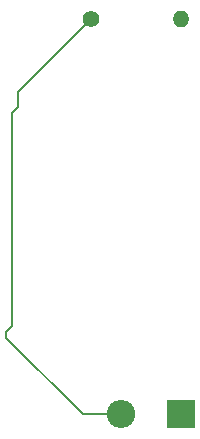
<source format=gbr>
%TF.GenerationSoftware,KiCad,Pcbnew,8.0.9*%
%TF.CreationDate,2025-06-18T18:04:33+02:00*%
%TF.ProjectId,resistor_led,72657369-7374-46f7-925f-6c65642e6b69,rev?*%
%TF.SameCoordinates,Original*%
%TF.FileFunction,Copper,L1,Top*%
%TF.FilePolarity,Positive*%
%FSLAX46Y46*%
G04 Gerber Fmt 4.6, Leading zero omitted, Abs format (unit mm)*
G04 Created by KiCad (PCBNEW 8.0.9) date 2025-06-18 18:04:33*
%MOMM*%
%LPD*%
G01*
G04 APERTURE LIST*
%TA.AperFunction,ComponentPad*%
%ADD10C,1.400000*%
%TD*%
%TA.AperFunction,ComponentPad*%
%ADD11O,1.400000X1.400000*%
%TD*%
%TA.AperFunction,ComponentPad*%
%ADD12R,2.400000X2.400000*%
%TD*%
%TA.AperFunction,ComponentPad*%
%ADD13O,2.400000X2.400000*%
%TD*%
%TA.AperFunction,Conductor*%
%ADD14C,0.200000*%
%TD*%
G04 APERTURE END LIST*
D10*
%TO.P,R1,1*%
%TO.N,Net-(D1-A)*%
X98190000Y-47000000D03*
D11*
%TO.P,R1,2*%
%TO.N,Net-(D1-K)*%
X105810000Y-47000000D03*
%TD*%
D12*
%TO.P,D1,1,K*%
%TO.N,Net-(D1-K)*%
X105840000Y-80500000D03*
D13*
%TO.P,D1,2,A*%
%TO.N,Net-(D1-A)*%
X100760000Y-80500000D03*
%TD*%
D14*
%TO.N,Net-(D1-A)*%
X91500000Y-73000000D02*
X91500000Y-55000000D01*
X91000000Y-74000000D02*
X91000000Y-73500000D01*
X91500000Y-55000000D02*
X92000000Y-54500000D01*
X91000000Y-73500000D02*
X91500000Y-73000000D01*
X97500000Y-80500000D02*
X91000000Y-74000000D01*
X92000000Y-53190000D02*
X98190000Y-47000000D01*
X100760000Y-80500000D02*
X97500000Y-80500000D01*
X92000000Y-54500000D02*
X92000000Y-53190000D01*
%TD*%
M02*

</source>
